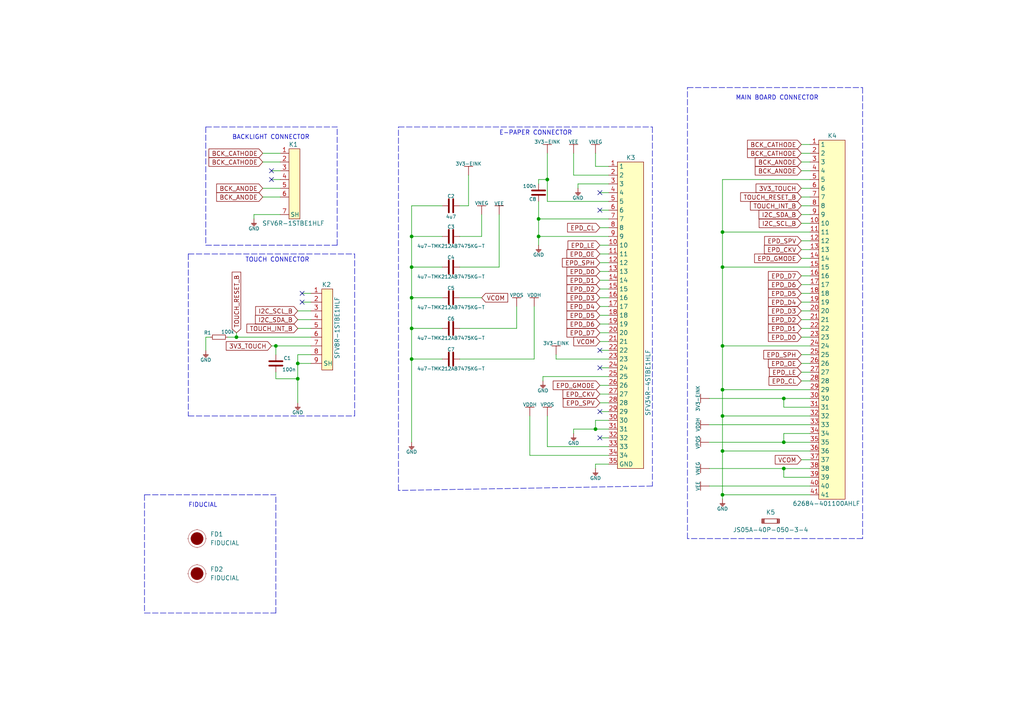
<source format=kicad_sch>
(kicad_sch (version 20211123) (generator eeschema)
  (paper "A4")
  (lib_symbols
    (symbol "e-radionica.com schematics:0603C" (pin_numbers hide) (pin_names (offset 0.002))
      (property "Reference" "C" (at 0 3.81 0))
      (property "Value" "0603C" (at 0 -3.175 0))
      (symbol "0603C_0_1"
        (polyline (pts (xy -0.635 1.905) (xy -0.635 -1.905)) (stroke (width 0.5)))
        (polyline (pts (xy 0.635 1.905) (xy 0.635 -1.905)) (stroke (width 0.5)))
      )
      (symbol "0603C_1_1"
        (pin passive line (at -2.54 0 0) (length 1.9) (name "~") (number "1"))
        (pin passive line (at 2.54 0 180) (length 1.9) (name "~") (number "2"))
      )
    )
    (symbol "e-radionica.com schematics:0603R" (pin_numbers hide) (pin_names (offset 0.254))
      (property "Reference" "R" (at 0 1.27 0))
      (property "Value" "0603R" (at 0 -1.905 0))
      (symbol "0603R_0_1"
        (rectangle (start -1.905 0.635) (end 1.905 -0.635) (stroke (width 0.15)))
      )
      (symbol "0603R_1_1"
        (pin passive line (at -2.54 0 0) (length 0.63) (name "~") (number "1"))
        (pin passive line (at 2.54 0 180) (length 0.63) (name "~") (number "2"))
      )
    )
    (symbol "e-radionica.com schematics:0805C" (pin_numbers hide)
      (property "Reference" "C" (at 0 3.81 0))
      (property "Value" "0805C" (at 0 -3.175 0))
      (symbol "0805C_0_1"
        (polyline (pts (xy -0.635 1.905) (xy -0.635 -1.905)) (stroke (width 0.5)))
        (polyline (pts (xy 0.635 1.905) (xy 0.635 -1.905)) (stroke (width 0.5)))
      )
      (symbol "0805C_1_1"
        (pin passive line (at -2.54 0 0) (length 1.9) (name "~") (number "1"))
        (pin passive line (at 2.54 0 180) (length 1.9) (name "~") (number "2"))
      )
    )
    (symbol "e-radionica.com schematics:3V3-EINK" (power) (pin_names (offset 0))
      (property "Value" "3V3-EINK" (at 0 3.556 0))
      (symbol "3V3-EINK_0_1"
        (polyline (pts (xy -1.27 2.54) (xy 1.27 2.54)) (stroke (width 0.16)))
        (polyline (pts (xy 0 0) (xy 0 2.54)))
      )
      (symbol "3V3-EINK_1_1"
        (pin power_in line (at 0 0 90) (length 0) hide (name "3V3-EINK") (number "1"))
      )
    )
    (symbol "e-radionica.com schematics:62684-401100AHLF"
      (property "Reference" "K" (at 0 52.07 0))
      (property "Value" "62684-401100AHLF" (at 0 -54.61 0))
      (symbol "62684-401100AHLF_0_1"
        (rectangle (start -3.81 50.8) (end 3.81 -53.34) (stroke (width 0.1524)) (fill (type background)))
      )
      (symbol "62684-401100AHLF_1_1"
        (pin input line (at -6.35 49.53 0) (length 2.54) (name "1") (number "1"))
        (pin input line (at -6.35 26.67 0) (length 2.54) (name "10") (number "10"))
        (pin input line (at -6.35 24.13 0) (length 2.54) (name "11") (number "11"))
        (pin input line (at -6.35 21.59 0) (length 2.54) (name "12") (number "12"))
        (pin input line (at -6.35 19.05 0) (length 2.54) (name "13") (number "13"))
        (pin input line (at -6.35 16.51 0) (length 2.54) (name "14") (number "14"))
        (pin input line (at -6.35 13.97 0) (length 2.54) (name "15") (number "15"))
        (pin input line (at -6.35 11.43 0) (length 2.54) (name "16") (number "16"))
        (pin input line (at -6.35 8.89 0) (length 2.54) (name "17") (number "17"))
        (pin input line (at -6.35 6.35 0) (length 2.54) (name "18") (number "18"))
        (pin input line (at -6.35 3.81 0) (length 2.54) (name "19") (number "19"))
        (pin input line (at -6.35 46.99 0) (length 2.54) (name "2") (number "2"))
        (pin input line (at -6.35 1.27 0) (length 2.54) (name "20") (number "20"))
        (pin input line (at -6.35 -1.27 0) (length 2.54) (name "21") (number "21"))
        (pin input line (at -6.35 -3.81 0) (length 2.54) (name "22") (number "22"))
        (pin input line (at -6.35 -6.35 0) (length 2.54) (name "23") (number "23"))
        (pin input line (at -6.35 -8.89 0) (length 2.54) (name "24") (number "24"))
        (pin input line (at -6.35 -11.43 0) (length 2.54) (name "25") (number "25"))
        (pin input line (at -6.35 -13.97 0) (length 2.54) (name "26") (number "26"))
        (pin input line (at -6.35 -16.51 0) (length 2.54) (name "27") (number "27"))
        (pin input line (at -6.35 -19.05 0) (length 2.54) (name "28") (number "28"))
        (pin input line (at -6.35 -21.59 0) (length 2.54) (name "29") (number "29"))
        (pin input line (at -6.35 44.45 0) (length 2.54) (name "3") (number "3"))
        (pin input line (at -6.35 -24.13 0) (length 2.54) (name "30") (number "30"))
        (pin input line (at -6.35 -26.67 0) (length 2.54) (name "31") (number "31"))
        (pin input line (at -6.35 -29.21 0) (length 2.54) (name "32") (number "32"))
        (pin input line (at -6.35 -31.75 0) (length 2.54) (name "33") (number "33"))
        (pin input line (at -6.35 -34.29 0) (length 2.54) (name "34") (number "34"))
        (pin input line (at -6.35 -36.83 0) (length 2.54) (name "35") (number "35"))
        (pin input line (at -6.35 -39.37 0) (length 2.54) (name "36") (number "36"))
        (pin input line (at -6.35 -41.91 0) (length 2.54) (name "37") (number "37"))
        (pin input line (at -6.35 -44.45 0) (length 2.54) (name "38") (number "38"))
        (pin input line (at -6.35 -46.99 0) (length 2.54) (name "39") (number "39"))
        (pin input line (at -6.35 41.91 0) (length 2.54) (name "4") (number "4"))
        (pin input line (at -6.35 -49.53 0) (length 2.54) (name "40") (number "40"))
        (pin input line (at -6.35 -52.07 0) (length 2.54) (name "41") (number "41"))
        (pin input line (at -6.35 39.37 0) (length 2.54) (name "5") (number "5"))
        (pin input line (at -6.35 36.83 0) (length 2.54) (name "6") (number "6"))
        (pin input line (at -6.35 34.29 0) (length 2.54) (name "7") (number "7"))
        (pin input line (at -6.35 31.75 0) (length 2.54) (name "8") (number "8"))
        (pin input line (at -6.35 29.21 0) (length 2.54) (name "9") (number "9"))
      )
    )
    (symbol "e-radionica.com schematics:FIDUCIAL" (in_bom no)
      (property "Reference" "FD" (at 0 3.81 0))
      (property "Value" "FIDUCIAL" (at 0 -3.81 0))
      (symbol "FIDUCIAL_0_1"
        (polyline (pts (xy -2.54 0) (xy -2.794 0)) (stroke (width 0.0006)))
        (polyline (pts (xy 0 -2.54) (xy 0 -2.794)) (stroke (width 0.0006)))
        (polyline (pts (xy 0 2.54) (xy 0 2.794)) (stroke (width 0.0006)))
        (polyline (pts (xy 2.54 0) (xy 2.794 0)) (stroke (width 0.0006)))
        (circle (center 0 0) (radius 1.7961) (stroke (width 0.001)) (fill (type outline)))
        (circle (center 0 0) (radius 2.54) (stroke (width 0.0006)))
      )
    )
    (symbol "e-radionica.com schematics:GND" (power) (pin_names (offset 0))
      (property "Value" "GND" (at 0 -2.921 0))
      (symbol "GND_0_1"
        (polyline (pts (xy -0.762 -1.27) (xy 0.762 -1.27)) (stroke (width 0.16)))
        (polyline (pts (xy -0.635 -1.524) (xy 0.635 -1.524)) (stroke (width 0.16)))
        (polyline (pts (xy -0.381 -1.778) (xy 0.381 -1.778)) (stroke (width 0.16)))
        (polyline (pts (xy -0.127 -2.032) (xy 0.127 -2.032)) (stroke (width 0.16)))
        (polyline (pts (xy 0 0) (xy 0 -1.27)) (stroke (width 0.16)))
      )
      (symbol "GND_1_1"
        (pin power_in line (at 0 0 270) (length 0) hide (name "GND") (number "1"))
      )
    )
    (symbol "e-radionica.com schematics:JS05A-40P-050-3-4" (pin_numbers hide) (pin_names hide)
      (property "Reference" "K?" (at 0 2.54 0))
      (property "Value" "JS05A-40P-050-3-4" (at 0 -2.54 0))
      (symbol "JS05A-40P-050-3-4_0_1"
        (rectangle (start -2.54 0.635) (end 2.54 -0.635) (stroke (width 0.1524)))
        (polyline (pts (xy -2.54 -0.381) (xy -1.905 -0.381)) (stroke (width 0.1524)))
        (polyline (pts (xy -2.54 -0.127) (xy -1.905 -0.127)) (stroke (width 0.1524)))
        (polyline (pts (xy -2.54 0.127) (xy -1.905 0.127)) (stroke (width 0.1524)))
        (polyline (pts (xy -2.54 0.381) (xy -1.905 0.381)) (stroke (width 0.1524)))
        (polyline (pts (xy -1.905 0.635) (xy -1.905 -0.635)) (stroke (width 0.1524)))
        (polyline (pts (xy 1.905 -0.381) (xy 2.54 -0.381)) (stroke (width 0.1524)))
        (polyline (pts (xy 1.905 -0.127) (xy 2.54 -0.127)) (stroke (width 0.1524)))
        (polyline (pts (xy 1.905 0.127) (xy 2.54 0.127)) (stroke (width 0.1524)))
        (polyline (pts (xy 1.905 0.381) (xy 2.54 0.381)) (stroke (width 0.1524)))
        (polyline (pts (xy 1.905 0.635) (xy 1.905 -0.635)) (stroke (width 0.1524)))
      )
    )
    (symbol "e-radionica.com schematics:SFV34R-4STBE1HLF"
      (property "Reference" "K" (at 0 45.72 0))
      (property "Value" "SFV34R-4STBE1HLF" (at 0 -45.72 0))
      (symbol "SFV34R-4STBE1HLF_0_1"
        (rectangle (start -3.81 44.45) (end 3.81 -44.45) (stroke (width 0.1524)) (fill (type background)))
      )
      (symbol "SFV34R-4STBE1HLF_1_1"
        (pin input line (at -6.35 43.18 0) (length 2.54) (name "1") (number "1"))
        (pin input line (at -6.35 20.32 0) (length 2.54) (name "10") (number "10"))
        (pin input line (at -6.35 17.78 0) (length 2.54) (name "11") (number "11"))
        (pin input line (at -6.35 15.24 0) (length 2.54) (name "12") (number "12"))
        (pin input line (at -6.35 12.7 0) (length 2.54) (name "13") (number "13"))
        (pin input line (at -6.35 10.16 0) (length 2.54) (name "14") (number "14"))
        (pin input line (at -6.35 7.62 0) (length 2.54) (name "15") (number "15"))
        (pin input line (at -6.35 5.08 0) (length 2.54) (name "16") (number "16"))
        (pin input line (at -6.35 2.54 0) (length 2.54) (name "17") (number "17"))
        (pin input line (at -6.35 0 0) (length 2.54) (name "18") (number "18"))
        (pin input line (at -6.35 -2.54 0) (length 2.54) (name "19") (number "19"))
        (pin input line (at -6.35 40.64 0) (length 2.54) (name "2") (number "2"))
        (pin input line (at -6.35 -5.08 0) (length 2.54) (name "20") (number "20"))
        (pin input line (at -6.35 -7.62 0) (length 2.54) (name "21") (number "21"))
        (pin input line (at -6.35 -10.16 0) (length 2.54) (name "22") (number "22"))
        (pin input line (at -6.35 -12.7 0) (length 2.54) (name "23") (number "23"))
        (pin input line (at -6.35 -15.24 0) (length 2.54) (name "24") (number "24"))
        (pin input line (at -6.35 -17.78 0) (length 2.54) (name "25") (number "25"))
        (pin input line (at -6.35 -20.32 0) (length 2.54) (name "26") (number "26"))
        (pin input line (at -6.35 -22.86 0) (length 2.54) (name "27") (number "27"))
        (pin input line (at -6.35 -25.4 0) (length 2.54) (name "28") (number "28"))
        (pin input line (at -6.35 -27.94 0) (length 2.54) (name "29") (number "29"))
        (pin input line (at -6.35 38.1 0) (length 2.54) (name "3") (number "3"))
        (pin input line (at -6.35 -30.48 0) (length 2.54) (name "30") (number "30"))
        (pin input line (at -6.35 -33.02 0) (length 2.54) (name "31") (number "31"))
        (pin input line (at -6.35 -35.56 0) (length 2.54) (name "32") (number "32"))
        (pin input line (at -6.35 -38.1 0) (length 2.54) (name "33") (number "33"))
        (pin input line (at -6.35 -40.64 0) (length 2.54) (name "34") (number "34"))
        (pin input line (at -6.35 -43.18 0) (length 2.54) (name "GND") (number "35"))
        (pin input line (at -6.35 35.56 0) (length 2.54) (name "4") (number "4"))
        (pin input line (at -6.35 33.02 0) (length 2.54) (name "5") (number "5"))
        (pin input line (at -6.35 30.48 0) (length 2.54) (name "6") (number "6"))
        (pin input line (at -6.35 27.94 0) (length 2.54) (name "7") (number "7"))
        (pin input line (at -6.35 25.4 0) (length 2.54) (name "8") (number "8"))
        (pin input line (at -6.35 22.86 0) (length 2.54) (name "9") (number "9"))
      )
    )
    (symbol "e-radionica.com schematics:SFV6R-1STBE1HLF"
      (property "Reference" "K" (at 0 11.43 0))
      (property "Value" "SFV6R-1STBE1HLF" (at 0 -11.43 0))
      (symbol "SFV6R-1STBE1HLF_0_1"
        (rectangle (start -1.27 10.16) (end 1.905 -10.16) (fill (type background)))
      )
      (symbol "SFV6R-1STBE1HLF_1_1"
        (pin passive line (at -3.81 8.89 0) (length 2.46) (name "") (number "1"))
        (pin passive line (at -3.81 6.35 0) (length 2.46) (name "") (number "2"))
        (pin passive line (at -3.81 3.81 0) (length 2.46) (name "") (number "3"))
        (pin passive line (at -3.81 1.27 0) (length 2.46) (name "") (number "4"))
        (pin passive line (at -3.81 -1.27 0) (length 2.46) (name "") (number "5"))
        (pin passive line (at -3.81 -3.81 0) (length 2.46) (name "") (number "6"))
        (pin passive line (at -3.81 -8.89 0) (length 2.46) (name "SH") (number "7"))
      )
    )
    (symbol "e-radionica.com schematics:SFV8R-1STBE1HLF"
      (property "Reference" "K" (at 1.27 1.27 0))
      (property "Value" "SFV8R-1STBE1HLF" (at 1.27 -9.525 90))
      (symbol "SFV8R-1STBE1HLF_0_1"
        (rectangle (start -0.635 0) (end 2.54 -23.495) (fill (type background)))
      )
      (symbol "SFV8R-1STBE1HLF_1_1"
        (pin passive line (at -3.81 -1.27 0) (length 3.1) (name "") (number "1"))
        (pin passive line (at -3.81 -3.81 0) (length 3.1) (name "") (number "2"))
        (pin passive line (at -3.81 -6.35 0) (length 3.1) (name "") (number "3"))
        (pin passive line (at -3.81 -8.89 0) (length 3.1) (name "") (number "4"))
        (pin passive line (at -3.81 -11.43 0) (length 3.1) (name "") (number "5"))
        (pin passive line (at -3.81 -13.97 0) (length 3.1) (name "") (number "6"))
        (pin passive line (at -3.81 -16.51 0) (length 3.1) (name "") (number "7"))
        (pin passive line (at -3.81 -19.05 0) (length 3.1) (name "") (number "8"))
        (pin passive line (at -3.81 -21.59 0) (length 3.1) (name "SH") (number "9"))
      )
    )
    (symbol "e-radionica.com schematics:VDDH" (power) (pin_names (offset 0))
      (property "Value" "VDDH" (at 0 3.556 0))
      (symbol "VDDH_0_1"
        (polyline (pts (xy -1.27 2.54) (xy 1.27 2.54)) (stroke (width 0.16)))
        (polyline (pts (xy 0 0) (xy 0 2.54)))
      )
      (symbol "VDDH_1_1"
        (pin power_in line (at 0 0 90) (length 0) hide (name "VDDH") (number "1"))
      )
    )
    (symbol "e-radionica.com schematics:VEE" (power) (pin_names (offset 0))
      (property "Value" "VEE" (at 0 3.556 0))
      (symbol "VEE_0_1"
        (polyline (pts (xy -1.27 2.54) (xy 1.27 2.54)) (stroke (width 0.16)))
        (polyline (pts (xy 0 0) (xy 0 2.54)))
      )
      (symbol "VEE_1_1"
        (pin power_in line (at 0 0 90) (length 0) hide (name "VEE") (number "1"))
      )
    )
    (symbol "e-radionica.com schematics:VNEG" (power) (pin_names (offset 0))
      (property "Value" "VNEG" (at 0 3.556 0))
      (symbol "VNEG_0_1"
        (polyline (pts (xy -1.27 2.54) (xy 1.27 2.54)) (stroke (width 0.16)))
        (polyline (pts (xy 0 0) (xy 0 2.54)))
      )
      (symbol "VNEG_1_1"
        (pin power_in line (at 0 0 90) (length 0) hide (name "VNEG") (number "1"))
      )
    )
    (symbol "e-radionica.com schematics:VPOS" (power) (pin_names (offset 0))
      (property "Value" "VPOS" (at 0 3.556 0))
      (symbol "VPOS_0_1"
        (polyline (pts (xy -1.27 2.54) (xy 1.27 2.54)) (stroke (width 0.16)))
        (polyline (pts (xy 0 0) (xy 0 2.54)))
      )
      (symbol "VPOS_1_1"
        (pin power_in line (at 0 0 90) (length 0) hide (name "VPOS") (number "1"))
      )
    )
  )
  (junction (at 158.75 52.07))
  (junction (at 172.72 124.46))
  (junction (at 86.36 109.855))
  (junction (at 156.21 68.58))
  (junction (at 209.55 100.33))
  (junction (at 227.33 128.27))
  (junction (at 227.33 135.89))
  (junction (at 209.55 130.81))
  (junction (at 119.38 86.36))
  (junction (at 119.38 104.14))
  (junction (at 119.38 95.25))
  (junction (at 156.21 63.5))
  (junction (at 209.55 113.03))
  (junction (at 68.58 97.79))
  (junction (at 80.01 100.33))
  (junction (at 209.55 143.51))
  (junction (at 209.55 77.47))
  (junction (at 119.38 68.58))
  (junction (at 227.33 115.57))
  (junction (at 86.36 105.41))
  (junction (at 209.55 120.65))
  (junction (at 209.55 67.31))
  (junction (at 119.38 77.47))
  (no_connect (at 173.99 60.96))
  (no_connect (at 173.99 127))
  (no_connect (at 173.99 101.6))
  (no_connect (at 173.99 106.68))
  (no_connect (at 173.99 55.88))
  (no_connect (at 87.63 87.63))
  (no_connect (at 87.63 85.09))
  (no_connect (at 78.74 49.53))
  (no_connect (at 78.74 52.07))
  (no_connect (at 173.99 119.38))
  (wire (pts (xy 86.36 116.84) (xy 86.36 109.855)))
  (polyline (pts (xy 54.61 73.66) (xy 102.87 73.66)))
  (wire (pts (xy 232.41 87.63) (xy 234.95 87.63)))
  (wire (pts (xy 119.38 104.14) (xy 119.38 128.27)))
  (wire (pts (xy 173.99 101.6) (xy 176.53 101.6)))
  (wire (pts (xy 119.38 86.36) (xy 128.27 86.36)))
  (wire (pts (xy 87.63 87.63) (xy 90.17 87.63)))
  (wire (pts (xy 167.64 54.61) (xy 167.64 53.34)))
  (wire (pts (xy 227.33 125.73) (xy 227.33 128.27)))
  (wire (pts (xy 227.33 135.89) (xy 234.95 135.89)))
  (wire (pts (xy 227.33 138.43) (xy 227.33 135.89)))
  (wire (pts (xy 173.99 111.76) (xy 176.53 111.76)))
  (wire (pts (xy 232.41 54.61) (xy 234.95 54.61)))
  (wire (pts (xy 173.99 119.38) (xy 176.53 119.38)))
  (wire (pts (xy 232.41 85.09) (xy 234.95 85.09)))
  (wire (pts (xy 119.38 95.25) (xy 119.38 104.14)))
  (wire (pts (xy 209.55 143.51) (xy 209.55 144.78)))
  (wire (pts (xy 172.72 44.45) (xy 172.72 48.26)))
  (wire (pts (xy 232.41 105.41) (xy 234.95 105.41)))
  (polyline (pts (xy 250.19 156.21) (xy 199.39 156.21)))
  (polyline (pts (xy 250.19 25.4) (xy 250.19 156.21)))
  (polyline (pts (xy 189.23 140.97) (xy 115.57 142.24)))
  (wire (pts (xy 158.75 129.54) (xy 176.53 129.54)))
  (wire (pts (xy 173.99 88.9) (xy 176.53 88.9)))
  (polyline (pts (xy 102.87 120.65) (xy 102.87 73.66)))
  (wire (pts (xy 232.41 74.93) (xy 234.95 74.93)))
  (wire (pts (xy 173.99 71.12) (xy 176.53 71.12)))
  (polyline (pts (xy 97.79 71.12) (xy 97.79 36.83)))
  (wire (pts (xy 173.99 66.04) (xy 176.53 66.04)))
  (wire (pts (xy 209.55 100.33) (xy 234.95 100.33)))
  (wire (pts (xy 232.41 102.87) (xy 234.95 102.87)))
  (polyline (pts (xy 199.39 156.21) (xy 199.39 25.4)))
  (wire (pts (xy 86.36 102.87) (xy 86.36 105.41)))
  (wire (pts (xy 78.74 49.53) (xy 81.28 49.53)))
  (wire (pts (xy 173.99 96.52) (xy 176.53 96.52)))
  (wire (pts (xy 173.99 127) (xy 176.53 127)))
  (wire (pts (xy 158.75 52.07) (xy 158.75 58.42)))
  (wire (pts (xy 232.41 41.91) (xy 234.95 41.91)))
  (wire (pts (xy 156.21 58.42) (xy 156.21 63.5)))
  (polyline (pts (xy 115.57 36.83) (xy 189.23 36.83)))
  (wire (pts (xy 73.66 62.23) (xy 73.66 63.5)))
  (wire (pts (xy 232.41 133.35) (xy 234.95 133.35)))
  (wire (pts (xy 227.33 128.27) (xy 234.95 128.27)))
  (wire (pts (xy 161.29 102.87) (xy 161.29 104.14)))
  (wire (pts (xy 176.53 132.08) (xy 153.67 132.08)))
  (wire (pts (xy 73.66 62.23) (xy 81.28 62.23)))
  (wire (pts (xy 119.38 59.69) (xy 128.27 59.69)))
  (wire (pts (xy 234.95 118.11) (xy 227.33 118.11)))
  (wire (pts (xy 173.99 99.06) (xy 176.53 99.06)))
  (wire (pts (xy 173.99 116.84) (xy 176.53 116.84)))
  (wire (pts (xy 90.17 105.41) (xy 86.36 105.41)))
  (wire (pts (xy 232.41 64.77) (xy 234.95 64.77)))
  (polyline (pts (xy 115.57 142.24) (xy 115.57 36.83)))
  (wire (pts (xy 209.55 52.07) (xy 209.55 67.31)))
  (wire (pts (xy 173.99 91.44) (xy 176.53 91.44)))
  (wire (pts (xy 173.99 60.96) (xy 176.53 60.96)))
  (wire (pts (xy 157.48 109.22) (xy 176.53 109.22)))
  (wire (pts (xy 232.41 59.69) (xy 234.95 59.69)))
  (wire (pts (xy 209.55 100.33) (xy 209.55 113.03)))
  (wire (pts (xy 232.41 95.25) (xy 234.95 95.25)))
  (wire (pts (xy 209.55 120.65) (xy 234.95 120.65)))
  (wire (pts (xy 119.38 68.58) (xy 119.38 77.47)))
  (wire (pts (xy 232.41 97.79) (xy 234.95 97.79)))
  (wire (pts (xy 158.75 44.45) (xy 158.75 52.07)))
  (wire (pts (xy 166.37 125.73) (xy 166.37 124.46)))
  (wire (pts (xy 209.55 67.31) (xy 234.95 67.31)))
  (wire (pts (xy 80.01 109.855) (xy 86.36 109.855)))
  (wire (pts (xy 119.38 59.69) (xy 119.38 68.58)))
  (wire (pts (xy 68.58 97.79) (xy 90.17 97.79)))
  (polyline (pts (xy 199.39 25.4) (xy 250.19 25.4)))
  (wire (pts (xy 166.37 50.8) (xy 176.53 50.8)))
  (wire (pts (xy 176.53 58.42) (xy 158.75 58.42)))
  (wire (pts (xy 86.36 90.17) (xy 90.17 90.17)))
  (wire (pts (xy 68.58 96.52) (xy 68.58 97.79)))
  (wire (pts (xy 76.2 44.45) (xy 81.28 44.45)))
  (wire (pts (xy 173.99 114.3) (xy 176.53 114.3)))
  (wire (pts (xy 144.78 62.23) (xy 144.78 77.47)))
  (wire (pts (xy 135.89 50.8) (xy 135.89 59.69)))
  (wire (pts (xy 232.41 44.45) (xy 234.95 44.45)))
  (wire (pts (xy 156.21 53.34) (xy 156.21 52.07)))
  (wire (pts (xy 172.72 124.46) (xy 176.53 124.46)))
  (polyline (pts (xy 59.69 71.12) (xy 97.79 71.12)))
  (wire (pts (xy 133.35 104.14) (xy 154.94 104.14)))
  (wire (pts (xy 60.96 97.79) (xy 59.69 97.79)))
  (wire (pts (xy 86.36 95.25) (xy 90.17 95.25)))
  (wire (pts (xy 128.27 104.14) (xy 119.38 104.14)))
  (wire (pts (xy 232.41 62.23) (xy 234.95 62.23)))
  (wire (pts (xy 232.41 92.71) (xy 234.95 92.71)))
  (polyline (pts (xy 59.69 36.83) (xy 59.69 71.12)))
  (wire (pts (xy 176.53 121.92) (xy 172.72 121.92)))
  (wire (pts (xy 173.99 93.98) (xy 176.53 93.98)))
  (wire (pts (xy 232.41 107.95) (xy 234.95 107.95)))
  (wire (pts (xy 232.41 57.15) (xy 234.95 57.15)))
  (wire (pts (xy 227.33 138.43) (xy 234.95 138.43)))
  (wire (pts (xy 78.74 100.33) (xy 80.01 100.33)))
  (wire (pts (xy 209.55 77.47) (xy 209.55 100.33)))
  (wire (pts (xy 158.75 120.65) (xy 158.75 129.54)))
  (wire (pts (xy 119.38 77.47) (xy 128.27 77.47)))
  (wire (pts (xy 119.38 86.36) (xy 119.38 95.25)))
  (wire (pts (xy 205.74 123.19) (xy 234.95 123.19)))
  (wire (pts (xy 209.55 120.65) (xy 209.55 130.81)))
  (wire (pts (xy 234.95 115.57) (xy 227.33 115.57)))
  (wire (pts (xy 128.27 68.58) (xy 119.38 68.58)))
  (wire (pts (xy 133.35 77.47) (xy 144.78 77.47)))
  (wire (pts (xy 86.36 105.41) (xy 86.36 109.855)))
  (wire (pts (xy 173.99 86.36) (xy 176.53 86.36)))
  (wire (pts (xy 156.21 68.58) (xy 156.21 71.12)))
  (wire (pts (xy 90.17 102.87) (xy 86.36 102.87)))
  (wire (pts (xy 156.21 63.5) (xy 176.53 63.5)))
  (polyline (pts (xy 41.91 177.8) (xy 80.01 177.8)))
  (wire (pts (xy 76.2 54.61) (xy 81.28 54.61)))
  (wire (pts (xy 167.64 53.34) (xy 176.53 53.34)))
  (wire (pts (xy 209.55 67.31) (xy 209.55 77.47)))
  (wire (pts (xy 80.01 102.87) (xy 80.01 100.33)))
  (wire (pts (xy 59.69 97.79) (xy 59.69 101.6)))
  (wire (pts (xy 156.21 52.07) (xy 158.75 52.07)))
  (wire (pts (xy 139.7 68.58) (xy 139.7 62.23)))
  (polyline (pts (xy 80.01 177.8) (xy 80.01 143.51)))
  (polyline (pts (xy 54.61 120.65) (xy 102.87 120.65)))
  (wire (pts (xy 209.55 77.47) (xy 234.95 77.47)))
  (wire (pts (xy 173.99 55.88) (xy 176.53 55.88)))
  (wire (pts (xy 139.7 86.36) (xy 133.35 86.36)))
  (wire (pts (xy 172.72 134.62) (xy 176.53 134.62)))
  (wire (pts (xy 232.41 82.55) (xy 234.95 82.55)))
  (polyline (pts (xy 59.69 36.83) (xy 97.79 36.83)))
  (wire (pts (xy 227.33 125.73) (xy 234.95 125.73)))
  (polyline (pts (xy 41.91 143.51) (xy 80.01 143.51)))
  (wire (pts (xy 205.74 135.89) (xy 227.33 135.89)))
  (wire (pts (xy 80.01 107.95) (xy 80.01 109.855)))
  (wire (pts (xy 133.35 95.25) (xy 149.86 95.25)))
  (wire (pts (xy 166.37 44.45) (xy 166.37 50.8)))
  (wire (pts (xy 161.29 104.14) (xy 176.53 104.14)))
  (wire (pts (xy 86.36 92.71) (xy 90.17 92.71)))
  (wire (pts (xy 205.74 128.27) (xy 227.33 128.27)))
  (wire (pts (xy 156.21 68.58) (xy 176.53 68.58)))
  (wire (pts (xy 232.41 90.17) (xy 234.95 90.17)))
  (wire (pts (xy 209.55 52.07) (xy 234.95 52.07)))
  (wire (pts (xy 87.63 85.09) (xy 90.17 85.09)))
  (wire (pts (xy 232.41 46.99) (xy 234.95 46.99)))
  (polyline (pts (xy 41.91 143.51) (xy 41.91 177.8)))
  (wire (pts (xy 173.99 106.68) (xy 176.53 106.68)))
  (wire (pts (xy 149.86 88.9) (xy 149.86 95.25)))
  (wire (pts (xy 66.04 97.79) (xy 68.58 97.79)))
  (wire (pts (xy 76.2 57.15) (xy 81.28 57.15)))
  (wire (pts (xy 234.95 143.51) (xy 209.55 143.51)))
  (wire (pts (xy 173.99 81.28) (xy 176.53 81.28)))
  (wire (pts (xy 173.99 78.74) (xy 176.53 78.74)))
  (wire (pts (xy 172.72 48.26) (xy 176.53 48.26)))
  (wire (pts (xy 209.55 113.03) (xy 234.95 113.03)))
  (wire (pts (xy 209.55 113.03) (xy 209.55 120.65)))
  (wire (pts (xy 173.99 73.66) (xy 176.53 73.66)))
  (wire (pts (xy 232.41 49.53) (xy 234.95 49.53)))
  (wire (pts (xy 173.99 83.82) (xy 176.53 83.82)))
  (wire (pts (xy 173.99 76.2) (xy 176.53 76.2)))
  (wire (pts (xy 76.2 46.99) (xy 81.28 46.99)))
  (wire (pts (xy 172.72 135.89) (xy 172.72 134.62)))
  (wire (pts (xy 156.21 63.5) (xy 156.21 68.58)))
  (wire (pts (xy 154.94 88.9) (xy 154.94 104.14)))
  (wire (pts (xy 157.48 110.49) (xy 157.48 109.22)))
  (wire (pts (xy 119.38 77.47) (xy 119.38 86.36)))
  (wire (pts (xy 232.41 69.85) (xy 234.95 69.85)))
  (wire (pts (xy 205.74 115.57) (xy 227.33 115.57)))
  (wire (pts (xy 166.37 124.46) (xy 172.72 124.46)))
  (wire (pts (xy 172.72 121.92) (xy 172.72 124.46)))
  (polyline (pts (xy 54.61 73.66) (xy 54.61 120.65)))
  (wire (pts (xy 205.74 140.97) (xy 234.95 140.97)))
  (wire (pts (xy 128.27 95.25) (xy 119.38 95.25)))
  (wire (pts (xy 78.74 52.07) (xy 81.28 52.07)))
  (wire (pts (xy 227.33 118.11) (xy 227.33 115.57)))
  (wire (pts (xy 80.01 100.33) (xy 90.17 100.33)))
  (wire (pts (xy 153.67 132.08) (xy 153.67 120.65)))
  (wire (pts (xy 232.41 72.39) (xy 234.95 72.39)))
  (wire (pts (xy 133.35 59.69) (xy 135.89 59.69)))
  (wire (pts (xy 232.41 110.49) (xy 234.95 110.49)))
  (polyline (pts (xy 189.23 36.83) (xy 189.23 140.97)))
  (wire (pts (xy 209.55 130.81) (xy 234.95 130.81)))
  (wire (pts (xy 232.41 80.01) (xy 234.95 80.01)))
  (wire (pts (xy 209.55 130.81) (xy 209.55 143.51)))
  (wire (pts (xy 133.35 68.58) (xy 139.7 68.58)))
  (text "TOUCH CONNECTOR" (at 71.12 76.2 0) (effects (font (size 1.27 1.27)) (justify left bottom)))
  (text "FIDUCIAL" (at 54.61 147.32 0) (effects (font (size 1.27 1.27)) (justify left bottom)))
  (text "E-PAPER CONNECTOR\n" (at 144.78 39.37 0) (effects (font (size 1.27 1.27)) (justify left bottom)))
  (text "BACKLIGHT CONNECTOR" (at 67.31 40.64 0) (effects (font (size 1.27 1.27)) (justify left bottom)))
  (text "MAIN BOARD CONNECTOR\n" (at 213.36 29.21 0) (effects (font (size 1.27 1.27)) (justify left bottom)))
  (global_label "EPD_SPH" (shape input) (at 232.41 102.87 180) (property "Intersheet References" "${INTERSHEET_REFS}" (effects hide)))
  (global_label "BCK_CATHODE" (shape input) (at 232.41 41.91 180) (property "Intersheet References" "${INTERSHEET_REFS}" (effects hide)))
  (global_label "EPD_D6" (shape input) (at 173.99 93.98 180) (property "Intersheet References" "${INTERSHEET_REFS}" (effects hide)))
  (global_label "BCK_CATHODE" (shape input) (at 76.2 46.99 180) (property "Intersheet References" "${INTERSHEET_REFS}" (effects hide)))
  (global_label "EPD_D1" (shape input) (at 232.41 95.25 180) (property "Intersheet References" "${INTERSHEET_REFS}" (effects hide)))
  (global_label "EPD_D4" (shape input) (at 232.41 87.63 180) (property "Intersheet References" "${INTERSHEET_REFS}" (effects hide)))
  (global_label "EPD_D3" (shape input) (at 173.99 86.36 180) (property "Intersheet References" "${INTERSHEET_REFS}" (effects hide)))
  (global_label "TOUCH_INT_B" (shape input) (at 232.41 59.69 180) (property "Intersheet References" "${INTERSHEET_REFS}" (effects hide)))
  (global_label "BCK_ANODE" (shape input) (at 232.41 46.99 180) (property "Intersheet References" "${INTERSHEET_REFS}" (effects hide)))
  (global_label "EPD_D0" (shape input) (at 232.41 97.79 180) (property "Intersheet References" "${INTERSHEET_REFS}" (effects hide)))
  (global_label "I2C_SDA_B" (shape input) (at 232.41 62.23 180) (property "Intersheet References" "${INTERSHEET_REFS}" (effects hide)))
  (global_label "EPD_D2" (shape input) (at 232.41 92.71 180) (property "Intersheet References" "${INTERSHEET_REFS}" (effects hide)))
  (global_label "TOUCH_INT_B" (shape input) (at 86.36 95.25 180) (property "Intersheet References" "${INTERSHEET_REFS}" (effects hide)))
  (global_label "EPD_CKV" (shape input) (at 173.99 114.3 180) (property "Intersheet References" "${INTERSHEET_REFS}" (effects hide)))
  (global_label "I2C_SDA_B" (shape input) (at 86.36 92.71 180) (property "Intersheet References" "${INTERSHEET_REFS}" (effects hide)))
  (global_label "EPD_SPH" (shape input) (at 173.99 76.2 180) (property "Intersheet References" "${INTERSHEET_REFS}" (effects hide)))
  (global_label "EPD_SPV" (shape input) (at 173.99 116.84 180) (property "Intersheet References" "${INTERSHEET_REFS}" (effects hide)))
  (global_label "TOUCH_RESET_B" (shape input) (at 232.41 57.15 180) (property "Intersheet References" "${INTERSHEET_REFS}" (effects hide)))
  (global_label "3V3_TOUCH" (shape input) (at 232.41 54.61 180) (property "Intersheet References" "${INTERSHEET_REFS}" (effects hide)))
  (global_label "VCOM" (shape input) (at 232.41 133.35 180) (property "Intersheet References" "${INTERSHEET_REFS}" (effects hide)))
  (global_label "EPD_SPV" (shape input) (at 232.41 69.85 180) (property "Intersheet References" "${INTERSHEET_REFS}" (effects hide)))
  (global_label "EPD_OE" (shape input) (at 232.41 105.41 180) (property "Intersheet References" "${INTERSHEET_REFS}" (effects hide)))
  (global_label "EPD_D4" (shape input) (at 173.99 88.9 180) (property "Intersheet References" "${INTERSHEET_REFS}" (effects hide)))
  (global_label "EPD_CL" (shape input) (at 173.99 66.04 180) (property "Intersheet References" "${INTERSHEET_REFS}" (effects hide)))
  (global_label "EPD_LE" (shape input) (at 173.99 71.12 180) (property "Intersheet References" "${INTERSHEET_REFS}" (effects hide)))
  (global_label "TOUCH_RESET_B" (shape input) (at 68.58 96.52 90) (property "Intersheet References" "${INTERSHEET_REFS}" (effects hide)))
  (global_label "EPD_GMODE" (shape input) (at 232.41 74.93 180) (property "Intersheet References" "${INTERSHEET_REFS}" (effects hide)))
  (global_label "BCK_ANODE" (shape input) (at 76.2 57.15 180) (property "Intersheet References" "${INTERSHEET_REFS}" (effects hide)))
  (global_label "BCK_ANODE" (shape input) (at 76.2 54.61 180) (property "Intersheet References" "${INTERSHEET_REFS}" (effects hide)))
  (global_label "EPD_D3" (shape input) (at 232.41 90.17 180) (property "Intersheet References" "${INTERSHEET_REFS}" (effects hide)))
  (global_label "BCK_ANODE" (shape input) (at 232.41 49.53 180) (property "Intersheet References" "${INTERSHEET_REFS}" (effects hide)))
  (global_label "VCOM" (shape input) (at 139.7 86.36 0) (property "Intersheet References" "${INTERSHEET_REFS}" (effects hide)))
  (global_label "VCOM" (shape input) (at 173.99 99.06 180) (property "Intersheet References" "${INTERSHEET_REFS}" (effects hide)))
  (global_label "3V3_TOUCH" (shape input) (at 78.74 100.33 180) (property "Intersheet References" "${INTERSHEET_REFS}" (effects hide)))
  (global_label "EPD_OE" (shape input) (at 173.99 73.66 180) (property "Intersheet References" "${INTERSHEET_REFS}" (effects hide)))
  (global_label "EPD_D0" (shape input) (at 173.99 78.74 180) (property "Intersheet References" "${INTERSHEET_REFS}" (effects hide)))
  (global_label "EPD_D2" (shape input) (at 173.99 83.82 180) (property "Intersheet References" "${INTERSHEET_REFS}" (effects hide)))
  (global_label "EPD_D5" (shape input) (at 173.99 91.44 180) (property "Intersheet References" "${INTERSHEET_REFS}" (effects hide)))
  (global_label "BCK_CATHODE" (shape input) (at 232.41 44.45 180) (property "Intersheet References" "${INTERSHEET_REFS}" (effects hide)))
  (global_label "EPD_GMODE" (shape input) (at 173.99 111.76 180) (property "Intersheet References" "${INTERSHEET_REFS}" (effects hide)))
  (global_label "I2C_SCL_B" (shape input) (at 232.41 64.77 180) (property "Intersheet References" "${INTERSHEET_REFS}" (effects hide)))
  (global_label "EPD_D7" (shape input) (at 173.99 96.52 180) (property "Intersheet References" "${INTERSHEET_REFS}" (effects hide)))
  (global_label "EPD_CL" (shape input) (at 232.41 110.49 180) (property "Intersheet References" "${INTERSHEET_REFS}" (effects hide)))
  (global_label "EPD_D6" (shape input) (at 232.41 82.55 180) (property "Intersheet References" "${INTERSHEET_REFS}" (effects hide)))
  (global_label "I2C_SCL_B" (shape input) (at 86.36 90.17 180) (property "Intersheet References" "${INTERSHEET_REFS}" (effects hide)))
  (global_label "EPD_D5" (shape input) (at 232.41 85.09 180) (property "Intersheet References" "${INTERSHEET_REFS}" (effects hide)))
  (global_label "EPD_LE" (shape input) (at 232.41 107.95 180) (property "Intersheet References" "${INTERSHEET_REFS}" (effects hide)))
  (global_label "EPD_CKV" (shape input) (at 232.41 72.39 180) (property "Intersheet References" "${INTERSHEET_REFS}" (effects hide)))
  (global_label "BCK_CATHODE" (shape input) (at 76.2 44.45 180) (property "Intersheet References" "${INTERSHEET_REFS}" (effects hide)))
  (global_label "EPD_D1" (shape input) (at 173.99 81.28 180) (property "Intersheet References" "${INTERSHEET_REFS}" (effects hide)))
  (global_label "EPD_D7" (shape input) (at 232.41 80.01 180) (property "Intersheet References" "${INTERSHEET_REFS}" (effects hide)))
  (symbol (lib_id "e-radionica.com schematics:VNEG") (at 205.74 135.89 90) (unit 1)
    (property "Reference" "#PWR0109" (effects hide))
    (property "Value" "VNEG" (at 202.438 135.89 0) (effects (font (size 1 1))))
  )
  (symbol (lib_id "e-radionica.com schematics:GND") (at 172.72 135.89 0) (unit 1)
    (property "Reference" "#PWR0105" (effects hide))
    (property "Value" "GND" (at 172.72 138.684 0) (effects (font (size 1 1))))
  )
  (symbol (lib_id "e-radionica.com schematics:SFV6R-1STBE1HLF") (at 85.09 53.34 0) (unit 1)
    (property "Reference" "K1" (at 85.09 41.91 0))
    (property "Value" "SFV6R-1STBE1HLF" (at 85.09 64.77 0))
    (property "Footprint" "e-radionica.com footprinti:SFV6R-1STBE1HLF" (effects hide))
  )
  (symbol (lib_id "e-radionica.com schematics:0805C") (at 130.81 77.47 0) (unit 1)
    (property "Reference" "C4" (at 130.81 74.676 0) (effects (font (size 1 1))))
    (property "Value" "4u7-TMK212AB7475KG-T" (at 130.81 80.264 0) (effects (font (size 1 1))))
    (property "Footprint" "e-radionica.com footprinti:0805C" (effects hide))
  )
  (symbol (lib_id "e-radionica.com schematics:0603C") (at 80.01 105.41 90) (unit 1)
    (property "Reference" "C1" (at 83.312 103.886 90) (effects (font (size 1 1))))
    (property "Value" "100n" (at 83.82 107.188 90) (effects (font (size 1 1))))
    (property "Footprint" "e-radionica.com footprinti:0603C" (effects hide))
  )
  (symbol (lib_id "e-radionica.com schematics:VEE") (at 144.78 62.23 0) (unit 1)
    (property "Reference" "#PWR0115" (effects hide))
    (property "Value" "VEE" (at 144.78 59.055 0) (effects (font (size 1 1))))
  )
  (symbol (lib_id "e-radionica.com schematics:VDDH") (at 154.94 88.9 0) (unit 1)
    (property "Reference" "#PWR0118" (effects hide))
    (property "Value" "VDDH" (at 154.94 85.598 0) (effects (font (size 1 1))))
  )
  (symbol (lib_id "e-radionica.com schematics:SFV8R-1STBE1HLF") (at 93.98 83.82 0) (unit 1)
    (property "Reference" "K2" (at 93.345 82.55 0) (effects (justify left)))
    (property "Value" "SFV8R-1STBE1HLF" (at 97.79 104.14 90) (effects (justify left)))
    (property "Footprint" "e-radionica.com footprinti:SFV8R-1STBE1HLF" (effects hide))
  )
  (symbol (lib_id "e-radionica.com schematics:GND") (at 119.38 128.27 0) (unit 1)
    (property "Reference" "#PWR0125" (effects hide))
    (property "Value" "GND" (at 119.38 131.064 0) (effects (font (size 1 1))))
  )
  (symbol (lib_id "e-radionica.com schematics:GND") (at 73.66 63.5 0) (unit 1)
    (property "Reference" "#PWR0124" (effects hide))
    (property "Value" "GND" (at 73.66 66.294 0) (effects (font (size 1 1))))
  )
  (symbol (lib_id "e-radionica.com schematics:0805C") (at 130.81 95.25 0) (unit 1)
    (property "Reference" "C6" (at 130.81 92.456 0) (effects (font (size 1 1))))
    (property "Value" "4u7-TMK212AB7475KG-T" (at 130.81 98.044 0) (effects (font (size 1 1))))
    (property "Footprint" "e-radionica.com footprinti:0805C" (effects hide))
  )
  (symbol (lib_id "e-radionica.com schematics:0805C") (at 130.81 86.36 0) (unit 1)
    (property "Reference" "C5" (at 130.81 83.566 0) (effects (font (size 1 1))))
    (property "Value" "4u7-TMK212AB7475KG-T" (at 130.81 89.154 0) (effects (font (size 1 1))))
    (property "Footprint" "e-radionica.com footprinti:0805C" (effects hide))
  )
  (symbol (lib_id "e-radionica.com schematics:VNEG") (at 139.7 62.23 0) (unit 1)
    (property "Reference" "#PWR0117" (effects hide))
    (property "Value" "VNEG" (at 139.7 58.928 0) (effects (font (size 1 1))))
  )
  (symbol (lib_id "e-radionica.com schematics:FIDUCIAL") (at 57.15 156.21 0) (unit 1) (in_bom no)
    (property "Reference" "FD1" (at 60.96 154.9399 0) (effects (justify left)))
    (property "Value" "FIDUCIAL" (at 60.96 157.4799 0) (effects (justify left)))
    (property "Footprint" "e-radionica.com footprinti:FIDUCIAL_23" (effects hide))
  )
  (symbol (lib_id "e-radionica.com schematics:VPOS") (at 149.86 88.9 0) (unit 1)
    (property "Reference" "#PWR0119" (effects hide))
    (property "Value" "VPOS" (at 149.86 85.598 0) (effects (font (size 1 1))))
  )
  (symbol (lib_id "e-radionica.com schematics:GND") (at 59.69 101.6 0) (unit 1)
    (property "Reference" "#PWR0123" (effects hide))
    (property "Value" "GND" (at 59.69 104.394 0) (effects (font (size 1 1))))
  )
  (symbol (lib_id "e-radionica.com schematics:3V3-EINK") (at 161.29 102.87 0) (unit 1)
    (property "Reference" "#PWR0102" (effects hide))
    (property "Value" "3V3-EINK" (at 161.29 99.568 0) (effects (font (size 1 1))))
  )
  (symbol (lib_id "e-radionica.com schematics:JS05A-40P-050-3-4") (at 223.52 151.13 0) (unit 1)
    (property "Reference" "K5" (at 223.52 148.59 0))
    (property "Value" "JS05A-40P-050-3-4" (at 223.52 153.67 0))
    (property "Footprint" "e-radionica.com footprinti:JS05A-40P-050-3-4" (effects hide))
  )
  (symbol (lib_id "e-radionica.com schematics:3V3-EINK") (at 158.75 44.45 0) (unit 1)
    (property "Reference" "#PWR0120" (effects hide))
    (property "Value" "3V3-EINK" (at 158.75 41.148 0) (effects (font (size 1 1))))
  )
  (symbol (lib_id "e-radionica.com schematics:VDDH") (at 205.74 123.19 90) (unit 1)
    (property "Reference" "#PWR0112" (effects hide))
    (property "Value" "VDDH" (at 202.438 123.19 0) (effects (font (size 1 1))))
  )
  (symbol (lib_id "e-radionica.com schematics:3V3-EINK") (at 135.89 50.8 0) (unit 1)
    (property "Reference" "#PWR0121" (effects hide))
    (property "Value" "3V3-EINK" (at 135.89 47.498 0) (effects (font (size 1 1))))
  )
  (symbol (lib_id "e-radionica.com schematics:0603R") (at 63.5 97.79 180) (unit 1)
    (property "Reference" "R1" (at 60.198 96.52 0) (effects (font (size 1 1))))
    (property "Value" "100k" (at 66.04 96.266 0) (effects (font (size 1 1))))
    (property "Footprint" "e-radionica.com footprinti:0603R" (effects hide))
  )
  (symbol (lib_id "e-radionica.com schematics:0805C") (at 130.81 104.14 0) (unit 1)
    (property "Reference" "C7" (at 130.81 101.346 0) (effects (font (size 1 1))))
    (property "Value" "4u7-TMK212AB7475KG-T" (at 130.81 106.934 0) (effects (font (size 1 1))))
    (property "Footprint" "e-radionica.com footprinti:0805C" (effects hide))
  )
  (symbol (lib_id "e-radionica.com schematics:3V3-EINK") (at 205.74 115.57 90) (unit 1)
    (property "Reference" "#PWR0113" (effects hide))
    (property "Value" "3V3-EINK" (at 202.438 115.57 0) (effects (font (size 1 1))))
  )
  (symbol (lib_id "e-radionica.com schematics:GND") (at 156.21 71.12 0) (unit 1)
    (property "Reference" "#PWR0116" (effects hide))
    (property "Value" "GND" (at 156.21 73.914 0) (effects (font (size 1 1))))
  )
  (symbol (lib_id "e-radionica.com schematics:GND") (at 209.55 144.78 0) (unit 1)
    (property "Reference" "#PWR0111" (effects hide))
    (property "Value" "GND" (at 209.55 147.574 0) (effects (font (size 1 1))))
  )
  (symbol (lib_id "e-radionica.com schematics:GND") (at 167.64 54.61 0) (unit 1)
    (property "Reference" "#PWR0101" (effects hide))
    (property "Value" "GND" (at 167.64 57.404 0) (effects (font (size 1 1))))
  )
  (symbol (lib_id "e-radionica.com schematics:VPOS") (at 205.74 128.27 90) (unit 1)
    (property "Reference" "#PWR0114" (effects hide))
    (property "Value" "VPOS" (at 202.438 128.27 0) (effects (font (size 1 1))))
  )
  (symbol (lib_id "e-radionica.com schematics:FIDUCIAL") (at 57.15 166.37 0) (unit 1) (in_bom no)
    (property "Reference" "FD2" (at 60.96 165.0999 0) (effects (justify left)))
    (property "Value" "FIDUCIAL" (at 60.96 167.6399 0) (effects (justify left)))
    (property "Footprint" "e-radionica.com footprinti:FIDUCIAL_23" (effects hide))
  )
  (symbol (lib_id "e-radionica.com schematics:SFV34R-4STBE1HLF") (at 182.88 91.44 0) (unit 1)
    (property "Reference" "K3" (at 181.61 45.72 0) (effects (justify left)))
    (property "Value" "SFV34R-4STBE1HLF" (at 187.96 120.65 90) (effects (justify left)))
    (property "Footprint" "e-radionica.com footprinti:SFV34R-4STBE1HLF" (effects hide))
  )
  (symbol (lib_id "e-radionica.com schematics:GND") (at 86.36 116.84 0) (unit 1)
    (property "Reference" "#PWR0122" (effects hide))
    (property "Value" "GND" (at 86.36 119.634 0) (effects (font (size 1 1))))
  )
  (symbol (lib_id "e-radionica.com schematics:62684-401100AHLF") (at 241.3 91.44 0) (unit 1)
    (property "Reference" "K4" (at 240.03 39.37 0) (effects (justify left)))
    (property "Value" "62684-401100AHLF" (at 229.87 146.05 0) (effects (justify left)))
    (property "Footprint" "e-radionica.com footprinti:62684-401100AHLF" (effects hide))
    (property "Datasheet" "https://cdn.amphenol-cs.com/media/wysiwyg/files/drawing/62684.pdf" (effects hide))
  )
  (symbol (lib_id "e-radionica.com schematics:VPOS") (at 158.75 120.65 0) (unit 1)
    (property "Reference" "#PWR0107" (effects hide))
    (property "Value" "VPOS" (at 158.75 117.348 0) (effects (font (size 1 1))))
  )
  (symbol (lib_id "e-radionica.com schematics:GND") (at 166.37 125.73 0) (unit 1)
    (property "Reference" "#PWR0108" (effects hide))
    (property "Value" "GND" (at 166.37 128.524 0) (effects (font (size 1 1))))
  )
  (symbol (lib_id "e-radionica.com schematics:GND") (at 157.48 110.49 0) (unit 1)
    (property "Reference" "#PWR0106" (effects hide))
    (property "Value" "GND" (at 157.48 113.284 0) (effects (font (size 1 1))))
  )
  (symbol (lib_id "e-radionica.com schematics:VEE") (at 205.74 140.97 90) (unit 1)
    (property "Reference" "#PWR0110" (effects hide))
    (property "Value" "VEE" (at 202.438 140.97 0) (effects (font (size 1 1))))
  )
  (symbol (lib_id "e-radionica.com schematics:0603C") (at 130.81 59.69 0) (unit 1)
    (property "Reference" "C2" (at 130.81 56.896 0) (effects (font (size 1 1))))
    (property "Value" "4u7" (at 130.81 62.865 0) (effects (font (size 1 1))))
    (property "Footprint" "e-radionica.com footprinti:0603C" (effects hide))
  )
  (symbol (lib_id "e-radionica.com schematics:VDDH") (at 153.67 120.65 0) (unit 1)
    (property "Reference" "#PWR0126" (effects hide))
    (property "Value" "VDDH" (at 153.67 117.348 0) (effects (font (size 1 1))))
  )
  (symbol (lib_id "e-radionica.com schematics:0805C") (at 130.81 68.58 0) (unit 1)
    (property "Reference" "C3" (at 130.81 65.786 0) (effects (font (size 1 1))))
    (property "Value" "4u7-TMK212AB7475KG-T" (at 130.81 71.374 0) (effects (font (size 1 1))))
    (property "Footprint" "e-radionica.com footprinti:0805C" (effects hide))
  )
  (symbol (lib_id "e-radionica.com schematics:VEE") (at 166.37 44.45 0) (unit 1)
    (property "Reference" "#PWR0103" (effects hide))
    (property "Value" "VEE" (at 166.37 41.148 0) (effects (font (size 1 1))))
  )
  (symbol (lib_id "e-radionica.com schematics:VNEG") (at 172.72 44.45 0) (unit 1)
    (property "Reference" "#PWR0104" (effects hide))
    (property "Value" "VNEG" (at 172.72 41.148 0) (effects (font (size 1 1))))
  )
  (symbol (lib_id "e-radionica.com schematics:0603C") (at 156.21 55.88 270) (unit 1)
    (property "Reference" "C8" (at 155.575 57.785 90) (effects (font (size 1 1)) (justify right)))
    (property "Value" "100n" (at 155.575 53.975 90) (effects (font (size 1 1)) (justify right)))
    (property "Footprint" "e-radionica.com footprinti:0603C" (effects hide))
  )
)
</source>
